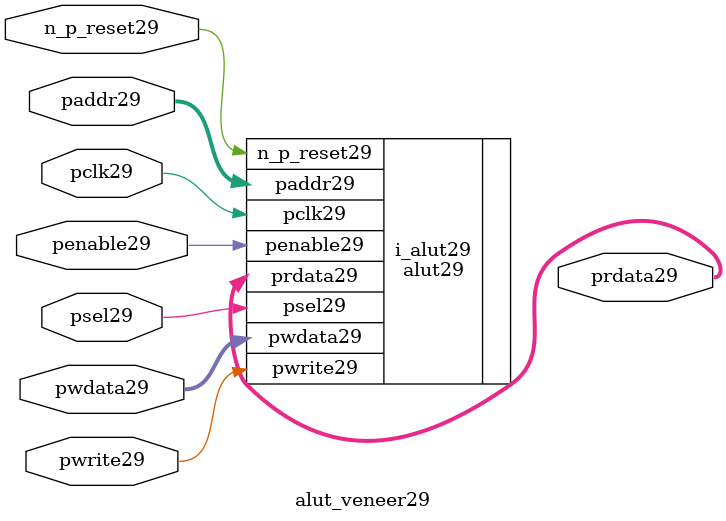
<source format=v>
module alut_veneer29
(   
   // Inputs29
   pclk29,
   n_p_reset29,
   psel29,            
   penable29,       
   pwrite29,         
   paddr29,           
   pwdata29,          

   // Outputs29
   prdata29  
);

   // APB29 Inputs29
   input             pclk29;               // APB29 clock29                          
   input             n_p_reset29;          // Reset29                              
   input             psel29;               // Module29 select29 signal29               
   input             penable29;            // Enable29 signal29                      
   input             pwrite29;             // Write when HIGH29 and read when LOW29  
   input [6:0]       paddr29;              // Address bus for read write         
   input [31:0]      pwdata29;             // APB29 write bus                      

   output [31:0]     prdata29;             // APB29 read bus                       


//-----------------------------------------------------------------------
//##############################################################################
// if the ALUT29 is NOT29 black29 boxed29 
//##############################################################################
`ifndef FV_KIT_BLACK_BOX_LUT29 


alut29 i_alut29 (
        //inputs29
        . n_p_reset29(n_p_reset29),
        . pclk29(pclk29),
        . psel29(psel29),
        . penable29(penable29),
        . pwrite29(pwrite29),
        . paddr29(paddr29[6:0]),
        . pwdata29(pwdata29),

        //outputs29
        . prdata29(prdata29)
);


`else 
//##############################################################################
// if the <module> is black29 boxed29 
//##############################################################################

   // APB29 Inputs29
   wire              pclk29;               // APB29 clock29                          
   wire              n_p_reset29;          // Reset29                              
   wire              psel29;               // Module29 select29 signal29               
   wire              penable29;            // Enable29 signal29                      
   wire              pwrite29;             // Write when HIGH29 and read when LOW29  
   wire  [6:0]       paddr29;              // Address bus for read write         
   wire  [31:0]      pwdata29;             // APB29 write bus                      

   reg   [31:0]      prdata29;             // APB29 read bus                       


`endif

endmodule

</source>
